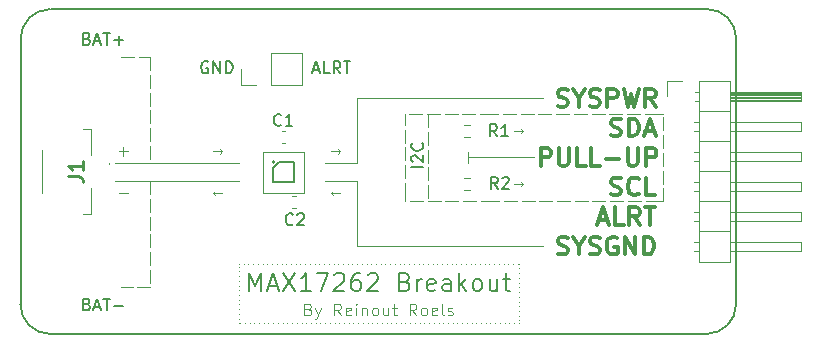
<source format=gto>
%TF.GenerationSoftware,KiCad,Pcbnew,8.0.3*%
%TF.CreationDate,2024-06-23T18:33:08+02:00*%
%TF.ProjectId,MAX17262-breakout,4d415831-3732-4363-922d-627265616b6f,rev?*%
%TF.SameCoordinates,Original*%
%TF.FileFunction,Legend,Top*%
%TF.FilePolarity,Positive*%
%FSLAX46Y46*%
G04 Gerber Fmt 4.6, Leading zero omitted, Abs format (unit mm)*
G04 Created by KiCad (PCBNEW 8.0.3) date 2024-06-23 18:33:08*
%MOMM*%
%LPD*%
G01*
G04 APERTURE LIST*
%ADD10C,0.100000*%
%ADD11C,0.150000*%
%ADD12C,0.300000*%
%ADD13C,0.125000*%
%ADD14C,0.200000*%
%ADD15C,0.187500*%
%ADD16C,0.254000*%
%ADD17C,0.120000*%
G04 APERTURE END LIST*
D10*
X114432124Y-85802517D02*
X113949767Y-85810680D01*
X92551674Y-92750000D02*
X92551383Y-91650000D01*
X92551277Y-91250000D02*
X92550986Y-90150000D01*
X92550881Y-89750000D02*
X92550590Y-88650000D01*
X92550484Y-88250000D02*
X92550193Y-87150000D01*
X92550087Y-86750000D02*
X92549955Y-86250000D01*
X71000000Y-91500000D02*
X71000000Y-92600000D01*
X71000000Y-93000000D02*
X71000000Y-94100000D01*
X71000000Y-94500000D02*
X71000000Y-95600000D01*
X71000000Y-96000000D02*
X71000000Y-97100000D01*
X71000000Y-97500000D02*
X71000000Y-98600000D01*
X71000000Y-99000000D02*
X71000000Y-100100000D01*
X71000000Y-100500000D02*
X71000000Y-100500000D01*
X88500000Y-97000000D02*
X88500000Y-91500000D01*
X100068335Y-93207611D02*
X98968335Y-93207397D01*
X98568335Y-93207319D02*
X97468335Y-93207105D01*
X97068335Y-93207027D02*
X95968335Y-93206813D01*
X95568335Y-93206735D02*
X94468335Y-93206521D01*
X94068335Y-93206443D02*
X92968335Y-93206229D01*
X92568335Y-93206151D02*
X92558416Y-93206150D01*
X88500000Y-84500000D02*
X102500000Y-84500000D01*
X80500000Y-89000000D02*
X84000000Y-89000000D01*
X80500000Y-89000000D01*
X114430122Y-93207109D02*
X114430410Y-92107109D01*
X114430515Y-91707109D02*
X114430803Y-90607109D01*
X114430908Y-90207109D02*
X114431196Y-89107109D01*
X114431300Y-88707109D02*
X114431588Y-87607109D01*
X114431693Y-87207109D02*
X114431981Y-86107109D01*
X102500000Y-84500000D02*
X104250000Y-84500000D01*
X71000000Y-100500000D02*
X69900000Y-100500000D01*
X69500000Y-100500000D02*
X68500000Y-100500000D01*
X97863592Y-89502033D02*
X97863592Y-90002033D01*
X114018102Y-93207611D02*
X112918102Y-93207611D01*
X112518102Y-93207611D02*
X111418102Y-93207611D01*
X111018102Y-93207611D02*
X109918102Y-93207611D01*
X109518102Y-93207611D02*
X108418102Y-93207611D01*
X108018102Y-93207611D02*
X106918102Y-93207611D01*
X106518102Y-93207611D02*
X105418102Y-93207611D01*
X105018102Y-93207611D02*
X103918102Y-93207611D01*
X103518102Y-93207611D02*
X102418102Y-93207611D01*
X102018102Y-93207611D02*
X100918102Y-93207611D01*
X100518102Y-93207611D02*
X100068335Y-93207611D01*
D11*
X62467430Y-104435058D02*
X118067430Y-104435058D01*
D10*
X103500000Y-89500000D02*
X97863592Y-89502033D01*
X78500000Y-98500000D02*
X78500000Y-98500000D01*
X78900000Y-98500000D02*
X78900000Y-98500000D01*
X79300000Y-98500000D02*
X79300000Y-98500000D01*
X79700000Y-98500000D02*
X79700000Y-98500000D01*
X80100000Y-98500000D02*
X80100000Y-98500000D01*
X80500000Y-98500000D02*
X80500000Y-98500000D01*
X80900000Y-98500000D02*
X80900000Y-98500000D01*
X81300000Y-98500000D02*
X81300000Y-98500000D01*
X81700000Y-98500000D02*
X81700000Y-98500000D01*
X82100000Y-98500000D02*
X82100000Y-98500000D01*
X82500000Y-98500000D02*
X82500000Y-98500000D01*
X82900000Y-98500000D02*
X82900000Y-98500000D01*
X83300000Y-98500000D02*
X83300000Y-98500000D01*
X83700000Y-98500000D02*
X83700000Y-98500000D01*
X84100000Y-98500000D02*
X84100000Y-98500000D01*
X84500000Y-98500000D02*
X84500000Y-98500000D01*
X84900000Y-98500000D02*
X84900000Y-98500000D01*
X85300000Y-98500000D02*
X85300000Y-98500000D01*
X85700000Y-98500000D02*
X85700000Y-98500000D01*
X86100000Y-98500000D02*
X86100000Y-98500000D01*
X86500000Y-98500000D02*
X86500000Y-98500000D01*
X86900000Y-98500000D02*
X86900000Y-98500000D01*
X87300000Y-98500000D02*
X87300000Y-98500000D01*
X87700000Y-98500000D02*
X87700000Y-98500000D01*
X88100000Y-98500000D02*
X88100000Y-98500000D01*
X88500000Y-98500000D02*
X88500000Y-98500000D01*
X88900000Y-98500000D02*
X88900000Y-98500000D01*
X89300000Y-98500000D02*
X89300000Y-98500000D01*
X89700000Y-98500000D02*
X89700000Y-98500000D01*
X90100000Y-98500000D02*
X90100000Y-98500000D01*
X90500000Y-98500000D02*
X90500000Y-98500000D01*
X90900000Y-98500000D02*
X90900000Y-98500000D01*
X91300000Y-98500000D02*
X91300000Y-98500000D01*
X91700000Y-98500000D02*
X91700000Y-98500000D01*
X92100000Y-98500000D02*
X92100000Y-98500000D01*
X92500000Y-98500000D02*
X92500000Y-98500000D01*
X92900000Y-98500000D02*
X92900000Y-98500000D01*
X93300000Y-98500000D02*
X93300000Y-98500000D01*
X93700000Y-98500000D02*
X93700000Y-98500000D01*
X94100000Y-98500000D02*
X94100000Y-98500000D01*
X94500000Y-98500000D02*
X94500000Y-98500000D01*
X94900000Y-98500000D02*
X94900000Y-98500000D01*
X95300000Y-98500000D02*
X95300000Y-98500000D01*
X95700000Y-98500000D02*
X95700000Y-98500000D01*
X96100000Y-98500000D02*
X96100000Y-98500000D01*
X96500000Y-98500000D02*
X96500000Y-98500000D01*
X96900000Y-98500000D02*
X96900000Y-98500000D01*
X97300000Y-98500000D02*
X97300000Y-98500000D01*
X97700000Y-98500000D02*
X97700000Y-98500000D01*
X98100000Y-98500000D02*
X98100000Y-98500000D01*
X98500000Y-98500000D02*
X98500000Y-98500000D01*
X98900000Y-98500000D02*
X98900000Y-98500000D01*
X99300000Y-98500000D02*
X99300000Y-98500000D01*
X99700000Y-98500000D02*
X99700000Y-98500000D01*
X100100000Y-98500000D02*
X100100000Y-98500000D01*
X100500000Y-98500000D02*
X100500000Y-98500000D01*
X100900000Y-98500000D02*
X100900000Y-98500000D01*
X101300000Y-98500000D02*
X101300000Y-98500000D01*
X101700000Y-98500000D02*
X101700000Y-98500000D01*
X102100000Y-98500000D02*
X102100000Y-98500000D01*
X102191970Y-98500000D02*
X102191970Y-98500000D01*
X102191970Y-98900000D02*
X102191970Y-98900000D01*
X102191970Y-99300000D02*
X102191970Y-99300000D01*
X102191970Y-99700000D02*
X102191970Y-99700000D01*
X102191970Y-100100000D02*
X102191970Y-100100000D01*
X102191970Y-100500000D02*
X102191970Y-100500000D01*
X102191970Y-100900000D02*
X102191970Y-100900000D01*
X102191970Y-101300000D02*
X102191970Y-101300000D01*
X102191970Y-101700000D02*
X102191970Y-101700000D01*
X102191970Y-102100000D02*
X102191970Y-102100000D01*
X102191970Y-102500000D02*
X102191970Y-102500000D01*
X102191970Y-102900000D02*
X102191970Y-102900000D01*
X102191970Y-103300000D02*
X102191970Y-103300000D01*
X102191970Y-103547436D02*
X102191970Y-103547436D01*
X101791970Y-103547436D02*
X101791970Y-103547436D01*
X101391970Y-103547436D02*
X101391970Y-103547436D01*
X100991970Y-103547436D02*
X100991970Y-103547436D01*
X100591970Y-103547436D02*
X100591970Y-103547436D01*
X100191970Y-103547436D02*
X100191970Y-103547436D01*
X99791970Y-103547436D02*
X99791970Y-103547436D01*
X99391970Y-103547436D02*
X99391970Y-103547436D01*
X98991970Y-103547436D02*
X98991970Y-103547436D01*
X98591970Y-103547436D02*
X98591970Y-103547436D01*
X98191970Y-103547436D02*
X98191970Y-103547436D01*
X97791970Y-103547436D02*
X97791970Y-103547436D01*
X97391970Y-103547436D02*
X97391970Y-103547436D01*
X96991970Y-103547436D02*
X96991970Y-103547436D01*
X96591970Y-103547436D02*
X96591970Y-103547436D01*
X96191970Y-103547436D02*
X96191970Y-103547436D01*
X95791970Y-103547436D02*
X95791970Y-103547436D01*
X95391970Y-103547436D02*
X95391970Y-103547436D01*
X94991970Y-103547436D02*
X94991970Y-103547436D01*
X94591970Y-103547436D02*
X94591970Y-103547436D01*
X94191970Y-103547436D02*
X94191970Y-103547436D01*
X93791970Y-103547436D02*
X93791970Y-103547436D01*
X93391970Y-103547436D02*
X93391970Y-103547436D01*
X92991970Y-103547436D02*
X92991970Y-103547436D01*
X92591970Y-103547436D02*
X92591970Y-103547436D01*
X92191970Y-103547436D02*
X92191970Y-103547436D01*
X91791970Y-103547436D02*
X91791970Y-103547436D01*
X91391970Y-103547436D02*
X91391970Y-103547436D01*
X90991970Y-103547436D02*
X90991970Y-103547436D01*
X90591970Y-103547436D02*
X90591970Y-103547436D01*
X90191970Y-103547436D02*
X90191970Y-103547436D01*
X89791970Y-103547436D02*
X89791970Y-103547436D01*
X89391970Y-103547436D02*
X89391970Y-103547436D01*
X88991970Y-103547436D02*
X88991970Y-103547436D01*
X88591970Y-103547436D02*
X88591970Y-103547436D01*
X88191970Y-103547436D02*
X88191970Y-103547436D01*
X87791970Y-103547436D02*
X87791970Y-103547436D01*
X87391970Y-103547436D02*
X87391970Y-103547436D01*
X86991970Y-103547436D02*
X86991970Y-103547436D01*
X86591970Y-103547436D02*
X86591970Y-103547436D01*
X86191970Y-103547436D02*
X86191970Y-103547436D01*
X85791970Y-103547436D02*
X85791970Y-103547436D01*
X85391970Y-103547436D02*
X85391970Y-103547436D01*
X84991970Y-103547436D02*
X84991970Y-103547436D01*
X84591970Y-103547436D02*
X84591970Y-103547436D01*
X84191970Y-103547436D02*
X84191970Y-103547436D01*
X83791970Y-103547436D02*
X83791970Y-103547436D01*
X83391970Y-103547436D02*
X83391970Y-103547436D01*
X82991970Y-103547436D02*
X82991970Y-103547436D01*
X82591970Y-103547436D02*
X82591970Y-103547436D01*
X82191970Y-103547436D02*
X82191970Y-103547436D01*
X81791970Y-103547436D02*
X81791970Y-103547436D01*
X81391970Y-103547436D02*
X81391970Y-103547436D01*
X80991970Y-103547436D02*
X80991970Y-103547436D01*
X80591970Y-103547436D02*
X80591970Y-103547436D01*
X80191970Y-103547436D02*
X80191970Y-103547436D01*
X79791970Y-103547436D02*
X79791970Y-103547436D01*
X79391970Y-103547436D02*
X79391970Y-103547436D01*
X78991970Y-103547436D02*
X78991970Y-103547436D01*
X78591970Y-103547436D02*
X78591970Y-103547436D01*
X78500000Y-103547436D02*
X78500000Y-103547436D01*
X78500000Y-103147436D02*
X78500000Y-103147436D01*
X78500000Y-102747436D02*
X78500000Y-102747436D01*
X78500000Y-102347436D02*
X78500000Y-102347436D01*
X78500000Y-101947436D02*
X78500000Y-101947436D01*
X78500000Y-101547436D02*
X78500000Y-101547436D01*
X78500000Y-101147436D02*
X78500000Y-101147436D01*
X78500000Y-100747436D02*
X78500000Y-100747436D01*
X78500000Y-100347436D02*
X78500000Y-100347436D01*
X78500000Y-99947436D02*
X78500000Y-99947436D01*
X78500000Y-99547436D02*
X78500000Y-99547436D01*
X78500000Y-99147436D02*
X78500000Y-99147436D01*
X78500000Y-98747436D02*
X78500000Y-98747436D01*
X84000000Y-89000000D02*
X84000000Y-92500000D01*
X84000000Y-89000000D01*
D11*
X62494580Y-104441275D02*
G75*
G02*
X59994625Y-101941275I20J2499975D01*
G01*
D10*
X85750000Y-90000000D02*
X88500000Y-90000000D01*
X92551674Y-92750000D02*
X92558416Y-93206149D01*
X88500000Y-91500000D02*
X85750000Y-91500000D01*
X94540164Y-85834018D02*
X94539626Y-86934018D01*
X94539431Y-87334018D02*
X94538893Y-88434018D01*
X94538698Y-88834018D02*
X94538160Y-89934018D01*
X94537965Y-90334017D02*
X94537427Y-91434017D01*
X94537232Y-91834017D02*
X94536694Y-92934017D01*
X68000000Y-91500000D02*
X78500000Y-91500000D01*
X80500000Y-92500000D02*
X84000000Y-92500000D01*
X80500000Y-92500000D01*
X104250000Y-97000000D02*
X88500000Y-97000000D01*
D11*
X120588022Y-101936926D02*
G75*
G02*
X118088022Y-104436922I-2500022J26D01*
G01*
D10*
X92536040Y-85808993D02*
X92549955Y-86250000D01*
D11*
X120600868Y-79436231D02*
X120600868Y-101936231D01*
D10*
X114018102Y-93207611D02*
X114430122Y-93207109D01*
X68500000Y-81000000D02*
X69600000Y-81000000D01*
X70000000Y-81000000D02*
X71000000Y-81000000D01*
X88500000Y-90000000D02*
X88500000Y-84500000D01*
D11*
X62544506Y-76938865D02*
X118144506Y-76938865D01*
X118100868Y-76936231D02*
G75*
G02*
X120600869Y-79436231I32J-2499969D01*
G01*
D10*
X71000000Y-90000000D02*
X68000000Y-90000000D01*
X71000000Y-81000000D02*
X71000000Y-82100000D01*
X71000000Y-82500000D02*
X71000000Y-83600000D01*
X71000000Y-84000000D02*
X71000000Y-85100000D01*
X71000000Y-85500000D02*
X71000000Y-86600000D01*
X71000000Y-87000000D02*
X71000000Y-88100000D01*
X71000000Y-88500000D02*
X71000000Y-89600000D01*
X71000000Y-90000000D02*
X71000000Y-90000000D01*
X97863592Y-89002033D02*
X97863592Y-89502033D01*
D11*
X60008294Y-79443220D02*
X60008294Y-101943220D01*
D10*
X68000000Y-90000000D02*
X78500000Y-90000000D01*
X100000000Y-85810680D02*
X98900000Y-85810431D01*
X98500000Y-85810341D02*
X97400000Y-85810092D01*
X97000000Y-85810002D02*
X95900000Y-85809753D01*
X95500000Y-85809663D02*
X94400000Y-85809414D01*
X94000000Y-85809324D02*
X92900000Y-85809075D01*
X78500000Y-91500000D02*
X71000000Y-91500000D01*
D11*
X60008294Y-79443220D02*
G75*
G02*
X62508294Y-76943194I2500006J20D01*
G01*
D10*
X113949767Y-85810680D02*
X112849767Y-85810680D01*
X112449767Y-85810680D02*
X111349767Y-85810680D01*
X110949767Y-85810680D02*
X109849767Y-85810680D01*
X109449767Y-85810680D02*
X108349767Y-85810680D01*
X107949767Y-85810680D02*
X106849767Y-85810680D01*
X106449767Y-85810680D02*
X105349767Y-85810680D01*
X104949767Y-85810680D02*
X103849767Y-85810680D01*
X103449767Y-85810680D02*
X102349767Y-85810680D01*
X101949767Y-85810680D02*
X100849767Y-85810680D01*
X100449767Y-85810680D02*
X100000000Y-85810680D01*
X80500000Y-89000000D02*
X80500000Y-92500000D01*
X80500000Y-89000000D01*
D12*
X105483082Y-85134400D02*
X105697368Y-85205828D01*
X105697368Y-85205828D02*
X106054510Y-85205828D01*
X106054510Y-85205828D02*
X106197368Y-85134400D01*
X106197368Y-85134400D02*
X106268796Y-85062971D01*
X106268796Y-85062971D02*
X106340225Y-84920114D01*
X106340225Y-84920114D02*
X106340225Y-84777257D01*
X106340225Y-84777257D02*
X106268796Y-84634400D01*
X106268796Y-84634400D02*
X106197368Y-84562971D01*
X106197368Y-84562971D02*
X106054510Y-84491542D01*
X106054510Y-84491542D02*
X105768796Y-84420114D01*
X105768796Y-84420114D02*
X105625939Y-84348685D01*
X105625939Y-84348685D02*
X105554510Y-84277257D01*
X105554510Y-84277257D02*
X105483082Y-84134400D01*
X105483082Y-84134400D02*
X105483082Y-83991542D01*
X105483082Y-83991542D02*
X105554510Y-83848685D01*
X105554510Y-83848685D02*
X105625939Y-83777257D01*
X105625939Y-83777257D02*
X105768796Y-83705828D01*
X105768796Y-83705828D02*
X106125939Y-83705828D01*
X106125939Y-83705828D02*
X106340225Y-83777257D01*
X107268796Y-84491542D02*
X107268796Y-85205828D01*
X106768796Y-83705828D02*
X107268796Y-84491542D01*
X107268796Y-84491542D02*
X107768796Y-83705828D01*
X108197367Y-85134400D02*
X108411653Y-85205828D01*
X108411653Y-85205828D02*
X108768795Y-85205828D01*
X108768795Y-85205828D02*
X108911653Y-85134400D01*
X108911653Y-85134400D02*
X108983081Y-85062971D01*
X108983081Y-85062971D02*
X109054510Y-84920114D01*
X109054510Y-84920114D02*
X109054510Y-84777257D01*
X109054510Y-84777257D02*
X108983081Y-84634400D01*
X108983081Y-84634400D02*
X108911653Y-84562971D01*
X108911653Y-84562971D02*
X108768795Y-84491542D01*
X108768795Y-84491542D02*
X108483081Y-84420114D01*
X108483081Y-84420114D02*
X108340224Y-84348685D01*
X108340224Y-84348685D02*
X108268795Y-84277257D01*
X108268795Y-84277257D02*
X108197367Y-84134400D01*
X108197367Y-84134400D02*
X108197367Y-83991542D01*
X108197367Y-83991542D02*
X108268795Y-83848685D01*
X108268795Y-83848685D02*
X108340224Y-83777257D01*
X108340224Y-83777257D02*
X108483081Y-83705828D01*
X108483081Y-83705828D02*
X108840224Y-83705828D01*
X108840224Y-83705828D02*
X109054510Y-83777257D01*
X109697366Y-85205828D02*
X109697366Y-83705828D01*
X109697366Y-83705828D02*
X110268795Y-83705828D01*
X110268795Y-83705828D02*
X110411652Y-83777257D01*
X110411652Y-83777257D02*
X110483081Y-83848685D01*
X110483081Y-83848685D02*
X110554509Y-83991542D01*
X110554509Y-83991542D02*
X110554509Y-84205828D01*
X110554509Y-84205828D02*
X110483081Y-84348685D01*
X110483081Y-84348685D02*
X110411652Y-84420114D01*
X110411652Y-84420114D02*
X110268795Y-84491542D01*
X110268795Y-84491542D02*
X109697366Y-84491542D01*
X111054509Y-83705828D02*
X111411652Y-85205828D01*
X111411652Y-85205828D02*
X111697366Y-84134400D01*
X111697366Y-84134400D02*
X111983081Y-85205828D01*
X111983081Y-85205828D02*
X112340224Y-83705828D01*
X113768795Y-85205828D02*
X113268795Y-84491542D01*
X112911652Y-85205828D02*
X112911652Y-83705828D01*
X112911652Y-83705828D02*
X113483081Y-83705828D01*
X113483081Y-83705828D02*
X113625938Y-83777257D01*
X113625938Y-83777257D02*
X113697367Y-83848685D01*
X113697367Y-83848685D02*
X113768795Y-83991542D01*
X113768795Y-83991542D02*
X113768795Y-84205828D01*
X113768795Y-84205828D02*
X113697367Y-84348685D01*
X113697367Y-84348685D02*
X113625938Y-84420114D01*
X113625938Y-84420114D02*
X113483081Y-84491542D01*
X113483081Y-84491542D02*
X112911652Y-84491542D01*
D11*
X75860588Y-81417438D02*
X75765350Y-81369819D01*
X75765350Y-81369819D02*
X75622493Y-81369819D01*
X75622493Y-81369819D02*
X75479636Y-81417438D01*
X75479636Y-81417438D02*
X75384398Y-81512676D01*
X75384398Y-81512676D02*
X75336779Y-81607914D01*
X75336779Y-81607914D02*
X75289160Y-81798390D01*
X75289160Y-81798390D02*
X75289160Y-81941247D01*
X75289160Y-81941247D02*
X75336779Y-82131723D01*
X75336779Y-82131723D02*
X75384398Y-82226961D01*
X75384398Y-82226961D02*
X75479636Y-82322200D01*
X75479636Y-82322200D02*
X75622493Y-82369819D01*
X75622493Y-82369819D02*
X75717731Y-82369819D01*
X75717731Y-82369819D02*
X75860588Y-82322200D01*
X75860588Y-82322200D02*
X75908207Y-82274580D01*
X75908207Y-82274580D02*
X75908207Y-81941247D01*
X75908207Y-81941247D02*
X75717731Y-81941247D01*
X76336779Y-82369819D02*
X76336779Y-81369819D01*
X76336779Y-81369819D02*
X76908207Y-82369819D01*
X76908207Y-82369819D02*
X76908207Y-81369819D01*
X77384398Y-82369819D02*
X77384398Y-81369819D01*
X77384398Y-81369819D02*
X77622493Y-81369819D01*
X77622493Y-81369819D02*
X77765350Y-81417438D01*
X77765350Y-81417438D02*
X77860588Y-81512676D01*
X77860588Y-81512676D02*
X77908207Y-81607914D01*
X77908207Y-81607914D02*
X77955826Y-81798390D01*
X77955826Y-81798390D02*
X77955826Y-81941247D01*
X77955826Y-81941247D02*
X77908207Y-82131723D01*
X77908207Y-82131723D02*
X77860588Y-82226961D01*
X77860588Y-82226961D02*
X77765350Y-82322200D01*
X77765350Y-82322200D02*
X77622493Y-82369819D01*
X77622493Y-82369819D02*
X77384398Y-82369819D01*
D10*
X68303884Y-88991466D02*
X69065789Y-88991466D01*
X68684836Y-89372419D02*
X68684836Y-88610514D01*
D12*
X104054510Y-90205828D02*
X104054510Y-88705828D01*
X104054510Y-88705828D02*
X104625939Y-88705828D01*
X104625939Y-88705828D02*
X104768796Y-88777257D01*
X104768796Y-88777257D02*
X104840225Y-88848685D01*
X104840225Y-88848685D02*
X104911653Y-88991542D01*
X104911653Y-88991542D02*
X104911653Y-89205828D01*
X104911653Y-89205828D02*
X104840225Y-89348685D01*
X104840225Y-89348685D02*
X104768796Y-89420114D01*
X104768796Y-89420114D02*
X104625939Y-89491542D01*
X104625939Y-89491542D02*
X104054510Y-89491542D01*
X105554510Y-88705828D02*
X105554510Y-89920114D01*
X105554510Y-89920114D02*
X105625939Y-90062971D01*
X105625939Y-90062971D02*
X105697368Y-90134400D01*
X105697368Y-90134400D02*
X105840225Y-90205828D01*
X105840225Y-90205828D02*
X106125939Y-90205828D01*
X106125939Y-90205828D02*
X106268796Y-90134400D01*
X106268796Y-90134400D02*
X106340225Y-90062971D01*
X106340225Y-90062971D02*
X106411653Y-89920114D01*
X106411653Y-89920114D02*
X106411653Y-88705828D01*
X107840225Y-90205828D02*
X107125939Y-90205828D01*
X107125939Y-90205828D02*
X107125939Y-88705828D01*
X109054511Y-90205828D02*
X108340225Y-90205828D01*
X108340225Y-90205828D02*
X108340225Y-88705828D01*
X109554511Y-89634400D02*
X110697369Y-89634400D01*
X111411654Y-88705828D02*
X111411654Y-89920114D01*
X111411654Y-89920114D02*
X111483083Y-90062971D01*
X111483083Y-90062971D02*
X111554512Y-90134400D01*
X111554512Y-90134400D02*
X111697369Y-90205828D01*
X111697369Y-90205828D02*
X111983083Y-90205828D01*
X111983083Y-90205828D02*
X112125940Y-90134400D01*
X112125940Y-90134400D02*
X112197369Y-90062971D01*
X112197369Y-90062971D02*
X112268797Y-89920114D01*
X112268797Y-89920114D02*
X112268797Y-88705828D01*
X112983083Y-90205828D02*
X112983083Y-88705828D01*
X112983083Y-88705828D02*
X113554512Y-88705828D01*
X113554512Y-88705828D02*
X113697369Y-88777257D01*
X113697369Y-88777257D02*
X113768798Y-88848685D01*
X113768798Y-88848685D02*
X113840226Y-88991542D01*
X113840226Y-88991542D02*
X113840226Y-89205828D01*
X113840226Y-89205828D02*
X113768798Y-89348685D01*
X113768798Y-89348685D02*
X113697369Y-89420114D01*
X113697369Y-89420114D02*
X113554512Y-89491542D01*
X113554512Y-89491542D02*
X112983083Y-89491542D01*
D10*
X87065789Y-92491466D02*
X86303884Y-92491466D01*
X86494360Y-92681942D02*
X86303884Y-92491466D01*
X86303884Y-92491466D02*
X86494360Y-92300990D01*
X68303884Y-92491466D02*
X69065789Y-92491466D01*
D12*
X109983082Y-92634400D02*
X110197368Y-92705828D01*
X110197368Y-92705828D02*
X110554510Y-92705828D01*
X110554510Y-92705828D02*
X110697368Y-92634400D01*
X110697368Y-92634400D02*
X110768796Y-92562971D01*
X110768796Y-92562971D02*
X110840225Y-92420114D01*
X110840225Y-92420114D02*
X110840225Y-92277257D01*
X110840225Y-92277257D02*
X110768796Y-92134400D01*
X110768796Y-92134400D02*
X110697368Y-92062971D01*
X110697368Y-92062971D02*
X110554510Y-91991542D01*
X110554510Y-91991542D02*
X110268796Y-91920114D01*
X110268796Y-91920114D02*
X110125939Y-91848685D01*
X110125939Y-91848685D02*
X110054510Y-91777257D01*
X110054510Y-91777257D02*
X109983082Y-91634400D01*
X109983082Y-91634400D02*
X109983082Y-91491542D01*
X109983082Y-91491542D02*
X110054510Y-91348685D01*
X110054510Y-91348685D02*
X110125939Y-91277257D01*
X110125939Y-91277257D02*
X110268796Y-91205828D01*
X110268796Y-91205828D02*
X110625939Y-91205828D01*
X110625939Y-91205828D02*
X110840225Y-91277257D01*
X112340224Y-92562971D02*
X112268796Y-92634400D01*
X112268796Y-92634400D02*
X112054510Y-92705828D01*
X112054510Y-92705828D02*
X111911653Y-92705828D01*
X111911653Y-92705828D02*
X111697367Y-92634400D01*
X111697367Y-92634400D02*
X111554510Y-92491542D01*
X111554510Y-92491542D02*
X111483081Y-92348685D01*
X111483081Y-92348685D02*
X111411653Y-92062971D01*
X111411653Y-92062971D02*
X111411653Y-91848685D01*
X111411653Y-91848685D02*
X111483081Y-91562971D01*
X111483081Y-91562971D02*
X111554510Y-91420114D01*
X111554510Y-91420114D02*
X111697367Y-91277257D01*
X111697367Y-91277257D02*
X111911653Y-91205828D01*
X111911653Y-91205828D02*
X112054510Y-91205828D01*
X112054510Y-91205828D02*
X112268796Y-91277257D01*
X112268796Y-91277257D02*
X112340224Y-91348685D01*
X113697367Y-92705828D02*
X112983081Y-92705828D01*
X112983081Y-92705828D02*
X112983081Y-91205828D01*
D13*
X84373810Y-102347309D02*
X84516667Y-102394928D01*
X84516667Y-102394928D02*
X84564286Y-102442547D01*
X84564286Y-102442547D02*
X84611905Y-102537785D01*
X84611905Y-102537785D02*
X84611905Y-102680642D01*
X84611905Y-102680642D02*
X84564286Y-102775880D01*
X84564286Y-102775880D02*
X84516667Y-102823500D01*
X84516667Y-102823500D02*
X84421429Y-102871119D01*
X84421429Y-102871119D02*
X84040477Y-102871119D01*
X84040477Y-102871119D02*
X84040477Y-101871119D01*
X84040477Y-101871119D02*
X84373810Y-101871119D01*
X84373810Y-101871119D02*
X84469048Y-101918738D01*
X84469048Y-101918738D02*
X84516667Y-101966357D01*
X84516667Y-101966357D02*
X84564286Y-102061595D01*
X84564286Y-102061595D02*
X84564286Y-102156833D01*
X84564286Y-102156833D02*
X84516667Y-102252071D01*
X84516667Y-102252071D02*
X84469048Y-102299690D01*
X84469048Y-102299690D02*
X84373810Y-102347309D01*
X84373810Y-102347309D02*
X84040477Y-102347309D01*
X84945239Y-102204452D02*
X85183334Y-102871119D01*
X85421429Y-102204452D02*
X85183334Y-102871119D01*
X85183334Y-102871119D02*
X85088096Y-103109214D01*
X85088096Y-103109214D02*
X85040477Y-103156833D01*
X85040477Y-103156833D02*
X84945239Y-103204452D01*
X87135715Y-102871119D02*
X86802382Y-102394928D01*
X86564287Y-102871119D02*
X86564287Y-101871119D01*
X86564287Y-101871119D02*
X86945239Y-101871119D01*
X86945239Y-101871119D02*
X87040477Y-101918738D01*
X87040477Y-101918738D02*
X87088096Y-101966357D01*
X87088096Y-101966357D02*
X87135715Y-102061595D01*
X87135715Y-102061595D02*
X87135715Y-102204452D01*
X87135715Y-102204452D02*
X87088096Y-102299690D01*
X87088096Y-102299690D02*
X87040477Y-102347309D01*
X87040477Y-102347309D02*
X86945239Y-102394928D01*
X86945239Y-102394928D02*
X86564287Y-102394928D01*
X87945239Y-102823500D02*
X87850001Y-102871119D01*
X87850001Y-102871119D02*
X87659525Y-102871119D01*
X87659525Y-102871119D02*
X87564287Y-102823500D01*
X87564287Y-102823500D02*
X87516668Y-102728261D01*
X87516668Y-102728261D02*
X87516668Y-102347309D01*
X87516668Y-102347309D02*
X87564287Y-102252071D01*
X87564287Y-102252071D02*
X87659525Y-102204452D01*
X87659525Y-102204452D02*
X87850001Y-102204452D01*
X87850001Y-102204452D02*
X87945239Y-102252071D01*
X87945239Y-102252071D02*
X87992858Y-102347309D01*
X87992858Y-102347309D02*
X87992858Y-102442547D01*
X87992858Y-102442547D02*
X87516668Y-102537785D01*
X88421430Y-102871119D02*
X88421430Y-102204452D01*
X88421430Y-101871119D02*
X88373811Y-101918738D01*
X88373811Y-101918738D02*
X88421430Y-101966357D01*
X88421430Y-101966357D02*
X88469049Y-101918738D01*
X88469049Y-101918738D02*
X88421430Y-101871119D01*
X88421430Y-101871119D02*
X88421430Y-101966357D01*
X88897620Y-102204452D02*
X88897620Y-102871119D01*
X88897620Y-102299690D02*
X88945239Y-102252071D01*
X88945239Y-102252071D02*
X89040477Y-102204452D01*
X89040477Y-102204452D02*
X89183334Y-102204452D01*
X89183334Y-102204452D02*
X89278572Y-102252071D01*
X89278572Y-102252071D02*
X89326191Y-102347309D01*
X89326191Y-102347309D02*
X89326191Y-102871119D01*
X89945239Y-102871119D02*
X89850001Y-102823500D01*
X89850001Y-102823500D02*
X89802382Y-102775880D01*
X89802382Y-102775880D02*
X89754763Y-102680642D01*
X89754763Y-102680642D02*
X89754763Y-102394928D01*
X89754763Y-102394928D02*
X89802382Y-102299690D01*
X89802382Y-102299690D02*
X89850001Y-102252071D01*
X89850001Y-102252071D02*
X89945239Y-102204452D01*
X89945239Y-102204452D02*
X90088096Y-102204452D01*
X90088096Y-102204452D02*
X90183334Y-102252071D01*
X90183334Y-102252071D02*
X90230953Y-102299690D01*
X90230953Y-102299690D02*
X90278572Y-102394928D01*
X90278572Y-102394928D02*
X90278572Y-102680642D01*
X90278572Y-102680642D02*
X90230953Y-102775880D01*
X90230953Y-102775880D02*
X90183334Y-102823500D01*
X90183334Y-102823500D02*
X90088096Y-102871119D01*
X90088096Y-102871119D02*
X89945239Y-102871119D01*
X91135715Y-102204452D02*
X91135715Y-102871119D01*
X90707144Y-102204452D02*
X90707144Y-102728261D01*
X90707144Y-102728261D02*
X90754763Y-102823500D01*
X90754763Y-102823500D02*
X90850001Y-102871119D01*
X90850001Y-102871119D02*
X90992858Y-102871119D01*
X90992858Y-102871119D02*
X91088096Y-102823500D01*
X91088096Y-102823500D02*
X91135715Y-102775880D01*
X91469049Y-102204452D02*
X91850001Y-102204452D01*
X91611906Y-101871119D02*
X91611906Y-102728261D01*
X91611906Y-102728261D02*
X91659525Y-102823500D01*
X91659525Y-102823500D02*
X91754763Y-102871119D01*
X91754763Y-102871119D02*
X91850001Y-102871119D01*
X93516668Y-102871119D02*
X93183335Y-102394928D01*
X92945240Y-102871119D02*
X92945240Y-101871119D01*
X92945240Y-101871119D02*
X93326192Y-101871119D01*
X93326192Y-101871119D02*
X93421430Y-101918738D01*
X93421430Y-101918738D02*
X93469049Y-101966357D01*
X93469049Y-101966357D02*
X93516668Y-102061595D01*
X93516668Y-102061595D02*
X93516668Y-102204452D01*
X93516668Y-102204452D02*
X93469049Y-102299690D01*
X93469049Y-102299690D02*
X93421430Y-102347309D01*
X93421430Y-102347309D02*
X93326192Y-102394928D01*
X93326192Y-102394928D02*
X92945240Y-102394928D01*
X94088097Y-102871119D02*
X93992859Y-102823500D01*
X93992859Y-102823500D02*
X93945240Y-102775880D01*
X93945240Y-102775880D02*
X93897621Y-102680642D01*
X93897621Y-102680642D02*
X93897621Y-102394928D01*
X93897621Y-102394928D02*
X93945240Y-102299690D01*
X93945240Y-102299690D02*
X93992859Y-102252071D01*
X93992859Y-102252071D02*
X94088097Y-102204452D01*
X94088097Y-102204452D02*
X94230954Y-102204452D01*
X94230954Y-102204452D02*
X94326192Y-102252071D01*
X94326192Y-102252071D02*
X94373811Y-102299690D01*
X94373811Y-102299690D02*
X94421430Y-102394928D01*
X94421430Y-102394928D02*
X94421430Y-102680642D01*
X94421430Y-102680642D02*
X94373811Y-102775880D01*
X94373811Y-102775880D02*
X94326192Y-102823500D01*
X94326192Y-102823500D02*
X94230954Y-102871119D01*
X94230954Y-102871119D02*
X94088097Y-102871119D01*
X95230954Y-102823500D02*
X95135716Y-102871119D01*
X95135716Y-102871119D02*
X94945240Y-102871119D01*
X94945240Y-102871119D02*
X94850002Y-102823500D01*
X94850002Y-102823500D02*
X94802383Y-102728261D01*
X94802383Y-102728261D02*
X94802383Y-102347309D01*
X94802383Y-102347309D02*
X94850002Y-102252071D01*
X94850002Y-102252071D02*
X94945240Y-102204452D01*
X94945240Y-102204452D02*
X95135716Y-102204452D01*
X95135716Y-102204452D02*
X95230954Y-102252071D01*
X95230954Y-102252071D02*
X95278573Y-102347309D01*
X95278573Y-102347309D02*
X95278573Y-102442547D01*
X95278573Y-102442547D02*
X94802383Y-102537785D01*
X95850002Y-102871119D02*
X95754764Y-102823500D01*
X95754764Y-102823500D02*
X95707145Y-102728261D01*
X95707145Y-102728261D02*
X95707145Y-101871119D01*
X96183336Y-102823500D02*
X96278574Y-102871119D01*
X96278574Y-102871119D02*
X96469050Y-102871119D01*
X96469050Y-102871119D02*
X96564288Y-102823500D01*
X96564288Y-102823500D02*
X96611907Y-102728261D01*
X96611907Y-102728261D02*
X96611907Y-102680642D01*
X96611907Y-102680642D02*
X96564288Y-102585404D01*
X96564288Y-102585404D02*
X96469050Y-102537785D01*
X96469050Y-102537785D02*
X96326193Y-102537785D01*
X96326193Y-102537785D02*
X96230955Y-102490166D01*
X96230955Y-102490166D02*
X96183336Y-102394928D01*
X96183336Y-102394928D02*
X96183336Y-102347309D01*
X96183336Y-102347309D02*
X96230955Y-102252071D01*
X96230955Y-102252071D02*
X96326193Y-102204452D01*
X96326193Y-102204452D02*
X96469050Y-102204452D01*
X96469050Y-102204452D02*
X96564288Y-102252071D01*
D10*
X76303884Y-88991466D02*
X77065789Y-88991466D01*
X76875312Y-89181942D02*
X77065789Y-88991466D01*
X77065789Y-88991466D02*
X76875312Y-88800990D01*
D12*
X108983082Y-94777257D02*
X109697368Y-94777257D01*
X108840225Y-95205828D02*
X109340225Y-93705828D01*
X109340225Y-93705828D02*
X109840225Y-95205828D01*
X111054510Y-95205828D02*
X110340224Y-95205828D01*
X110340224Y-95205828D02*
X110340224Y-93705828D01*
X112411653Y-95205828D02*
X111911653Y-94491542D01*
X111554510Y-95205828D02*
X111554510Y-93705828D01*
X111554510Y-93705828D02*
X112125939Y-93705828D01*
X112125939Y-93705828D02*
X112268796Y-93777257D01*
X112268796Y-93777257D02*
X112340225Y-93848685D01*
X112340225Y-93848685D02*
X112411653Y-93991542D01*
X112411653Y-93991542D02*
X112411653Y-94205828D01*
X112411653Y-94205828D02*
X112340225Y-94348685D01*
X112340225Y-94348685D02*
X112268796Y-94420114D01*
X112268796Y-94420114D02*
X112125939Y-94491542D01*
X112125939Y-94491542D02*
X111554510Y-94491542D01*
X112840225Y-93705828D02*
X113697368Y-93705828D01*
X113268796Y-95205828D02*
X113268796Y-93705828D01*
D14*
X94095612Y-90292281D02*
X93095612Y-90292281D01*
X93190850Y-89863710D02*
X93143231Y-89816091D01*
X93143231Y-89816091D02*
X93095612Y-89720853D01*
X93095612Y-89720853D02*
X93095612Y-89482758D01*
X93095612Y-89482758D02*
X93143231Y-89387520D01*
X93143231Y-89387520D02*
X93190850Y-89339901D01*
X93190850Y-89339901D02*
X93286088Y-89292282D01*
X93286088Y-89292282D02*
X93381326Y-89292282D01*
X93381326Y-89292282D02*
X93524183Y-89339901D01*
X93524183Y-89339901D02*
X94095612Y-89911329D01*
X94095612Y-89911329D02*
X94095612Y-89292282D01*
X94000373Y-88292282D02*
X94047993Y-88339901D01*
X94047993Y-88339901D02*
X94095612Y-88482758D01*
X94095612Y-88482758D02*
X94095612Y-88577996D01*
X94095612Y-88577996D02*
X94047993Y-88720853D01*
X94047993Y-88720853D02*
X93952754Y-88816091D01*
X93952754Y-88816091D02*
X93857516Y-88863710D01*
X93857516Y-88863710D02*
X93667040Y-88911329D01*
X93667040Y-88911329D02*
X93524183Y-88911329D01*
X93524183Y-88911329D02*
X93333707Y-88863710D01*
X93333707Y-88863710D02*
X93238469Y-88816091D01*
X93238469Y-88816091D02*
X93143231Y-88720853D01*
X93143231Y-88720853D02*
X93095612Y-88577996D01*
X93095612Y-88577996D02*
X93095612Y-88482758D01*
X93095612Y-88482758D02*
X93143231Y-88339901D01*
X93143231Y-88339901D02*
X93190850Y-88292282D01*
D10*
X101803884Y-91741466D02*
X102565789Y-91741466D01*
X102375312Y-91931942D02*
X102565789Y-91741466D01*
X102565789Y-91741466D02*
X102375312Y-91550990D01*
D12*
X109983082Y-87634400D02*
X110197368Y-87705828D01*
X110197368Y-87705828D02*
X110554510Y-87705828D01*
X110554510Y-87705828D02*
X110697368Y-87634400D01*
X110697368Y-87634400D02*
X110768796Y-87562971D01*
X110768796Y-87562971D02*
X110840225Y-87420114D01*
X110840225Y-87420114D02*
X110840225Y-87277257D01*
X110840225Y-87277257D02*
X110768796Y-87134400D01*
X110768796Y-87134400D02*
X110697368Y-87062971D01*
X110697368Y-87062971D02*
X110554510Y-86991542D01*
X110554510Y-86991542D02*
X110268796Y-86920114D01*
X110268796Y-86920114D02*
X110125939Y-86848685D01*
X110125939Y-86848685D02*
X110054510Y-86777257D01*
X110054510Y-86777257D02*
X109983082Y-86634400D01*
X109983082Y-86634400D02*
X109983082Y-86491542D01*
X109983082Y-86491542D02*
X110054510Y-86348685D01*
X110054510Y-86348685D02*
X110125939Y-86277257D01*
X110125939Y-86277257D02*
X110268796Y-86205828D01*
X110268796Y-86205828D02*
X110625939Y-86205828D01*
X110625939Y-86205828D02*
X110840225Y-86277257D01*
X111483081Y-87705828D02*
X111483081Y-86205828D01*
X111483081Y-86205828D02*
X111840224Y-86205828D01*
X111840224Y-86205828D02*
X112054510Y-86277257D01*
X112054510Y-86277257D02*
X112197367Y-86420114D01*
X112197367Y-86420114D02*
X112268796Y-86562971D01*
X112268796Y-86562971D02*
X112340224Y-86848685D01*
X112340224Y-86848685D02*
X112340224Y-87062971D01*
X112340224Y-87062971D02*
X112268796Y-87348685D01*
X112268796Y-87348685D02*
X112197367Y-87491542D01*
X112197367Y-87491542D02*
X112054510Y-87634400D01*
X112054510Y-87634400D02*
X111840224Y-87705828D01*
X111840224Y-87705828D02*
X111483081Y-87705828D01*
X112911653Y-87277257D02*
X113625939Y-87277257D01*
X112768796Y-87705828D02*
X113268796Y-86205828D01*
X113268796Y-86205828D02*
X113768796Y-87705828D01*
D10*
X86303884Y-88991466D02*
X87065789Y-88991466D01*
X86875312Y-89181942D02*
X87065789Y-88991466D01*
X87065789Y-88991466D02*
X86875312Y-88800990D01*
D12*
X105483082Y-97634400D02*
X105697368Y-97705828D01*
X105697368Y-97705828D02*
X106054510Y-97705828D01*
X106054510Y-97705828D02*
X106197368Y-97634400D01*
X106197368Y-97634400D02*
X106268796Y-97562971D01*
X106268796Y-97562971D02*
X106340225Y-97420114D01*
X106340225Y-97420114D02*
X106340225Y-97277257D01*
X106340225Y-97277257D02*
X106268796Y-97134400D01*
X106268796Y-97134400D02*
X106197368Y-97062971D01*
X106197368Y-97062971D02*
X106054510Y-96991542D01*
X106054510Y-96991542D02*
X105768796Y-96920114D01*
X105768796Y-96920114D02*
X105625939Y-96848685D01*
X105625939Y-96848685D02*
X105554510Y-96777257D01*
X105554510Y-96777257D02*
X105483082Y-96634400D01*
X105483082Y-96634400D02*
X105483082Y-96491542D01*
X105483082Y-96491542D02*
X105554510Y-96348685D01*
X105554510Y-96348685D02*
X105625939Y-96277257D01*
X105625939Y-96277257D02*
X105768796Y-96205828D01*
X105768796Y-96205828D02*
X106125939Y-96205828D01*
X106125939Y-96205828D02*
X106340225Y-96277257D01*
X107268796Y-96991542D02*
X107268796Y-97705828D01*
X106768796Y-96205828D02*
X107268796Y-96991542D01*
X107268796Y-96991542D02*
X107768796Y-96205828D01*
X108197367Y-97634400D02*
X108411653Y-97705828D01*
X108411653Y-97705828D02*
X108768795Y-97705828D01*
X108768795Y-97705828D02*
X108911653Y-97634400D01*
X108911653Y-97634400D02*
X108983081Y-97562971D01*
X108983081Y-97562971D02*
X109054510Y-97420114D01*
X109054510Y-97420114D02*
X109054510Y-97277257D01*
X109054510Y-97277257D02*
X108983081Y-97134400D01*
X108983081Y-97134400D02*
X108911653Y-97062971D01*
X108911653Y-97062971D02*
X108768795Y-96991542D01*
X108768795Y-96991542D02*
X108483081Y-96920114D01*
X108483081Y-96920114D02*
X108340224Y-96848685D01*
X108340224Y-96848685D02*
X108268795Y-96777257D01*
X108268795Y-96777257D02*
X108197367Y-96634400D01*
X108197367Y-96634400D02*
X108197367Y-96491542D01*
X108197367Y-96491542D02*
X108268795Y-96348685D01*
X108268795Y-96348685D02*
X108340224Y-96277257D01*
X108340224Y-96277257D02*
X108483081Y-96205828D01*
X108483081Y-96205828D02*
X108840224Y-96205828D01*
X108840224Y-96205828D02*
X109054510Y-96277257D01*
X110483081Y-96277257D02*
X110340224Y-96205828D01*
X110340224Y-96205828D02*
X110125938Y-96205828D01*
X110125938Y-96205828D02*
X109911652Y-96277257D01*
X109911652Y-96277257D02*
X109768795Y-96420114D01*
X109768795Y-96420114D02*
X109697366Y-96562971D01*
X109697366Y-96562971D02*
X109625938Y-96848685D01*
X109625938Y-96848685D02*
X109625938Y-97062971D01*
X109625938Y-97062971D02*
X109697366Y-97348685D01*
X109697366Y-97348685D02*
X109768795Y-97491542D01*
X109768795Y-97491542D02*
X109911652Y-97634400D01*
X109911652Y-97634400D02*
X110125938Y-97705828D01*
X110125938Y-97705828D02*
X110268795Y-97705828D01*
X110268795Y-97705828D02*
X110483081Y-97634400D01*
X110483081Y-97634400D02*
X110554509Y-97562971D01*
X110554509Y-97562971D02*
X110554509Y-97062971D01*
X110554509Y-97062971D02*
X110268795Y-97062971D01*
X111197366Y-97705828D02*
X111197366Y-96205828D01*
X111197366Y-96205828D02*
X112054509Y-97705828D01*
X112054509Y-97705828D02*
X112054509Y-96205828D01*
X112768795Y-97705828D02*
X112768795Y-96205828D01*
X112768795Y-96205828D02*
X113125938Y-96205828D01*
X113125938Y-96205828D02*
X113340224Y-96277257D01*
X113340224Y-96277257D02*
X113483081Y-96420114D01*
X113483081Y-96420114D02*
X113554510Y-96562971D01*
X113554510Y-96562971D02*
X113625938Y-96848685D01*
X113625938Y-96848685D02*
X113625938Y-97062971D01*
X113625938Y-97062971D02*
X113554510Y-97348685D01*
X113554510Y-97348685D02*
X113483081Y-97491542D01*
X113483081Y-97491542D02*
X113340224Y-97634400D01*
X113340224Y-97634400D02*
X113125938Y-97705828D01*
X113125938Y-97705828D02*
X112768795Y-97705828D01*
D11*
X84789160Y-82084104D02*
X85265350Y-82084104D01*
X84693922Y-82369819D02*
X85027255Y-81369819D01*
X85027255Y-81369819D02*
X85360588Y-82369819D01*
X86170112Y-82369819D02*
X85693922Y-82369819D01*
X85693922Y-82369819D02*
X85693922Y-81369819D01*
X87074874Y-82369819D02*
X86741541Y-81893628D01*
X86503446Y-82369819D02*
X86503446Y-81369819D01*
X86503446Y-81369819D02*
X86884398Y-81369819D01*
X86884398Y-81369819D02*
X86979636Y-81417438D01*
X86979636Y-81417438D02*
X87027255Y-81465057D01*
X87027255Y-81465057D02*
X87074874Y-81560295D01*
X87074874Y-81560295D02*
X87074874Y-81703152D01*
X87074874Y-81703152D02*
X87027255Y-81798390D01*
X87027255Y-81798390D02*
X86979636Y-81846009D01*
X86979636Y-81846009D02*
X86884398Y-81893628D01*
X86884398Y-81893628D02*
X86503446Y-81893628D01*
X87360589Y-81369819D02*
X87932017Y-81369819D01*
X87646303Y-82369819D02*
X87646303Y-81369819D01*
D10*
X101803884Y-87241466D02*
X102565789Y-87241466D01*
X102375312Y-87431942D02*
X102565789Y-87241466D01*
X102565789Y-87241466D02*
X102375312Y-87050990D01*
D15*
X79355101Y-100806678D02*
X79355101Y-99306678D01*
X79355101Y-99306678D02*
X79855101Y-100378107D01*
X79855101Y-100378107D02*
X80355101Y-99306678D01*
X80355101Y-99306678D02*
X80355101Y-100806678D01*
X80997959Y-100378107D02*
X81712245Y-100378107D01*
X80855102Y-100806678D02*
X81355102Y-99306678D01*
X81355102Y-99306678D02*
X81855102Y-100806678D01*
X82212244Y-99306678D02*
X83212244Y-100806678D01*
X83212244Y-99306678D02*
X82212244Y-100806678D01*
X84569387Y-100806678D02*
X83712244Y-100806678D01*
X84140815Y-100806678D02*
X84140815Y-99306678D01*
X84140815Y-99306678D02*
X83997958Y-99520964D01*
X83997958Y-99520964D02*
X83855101Y-99663821D01*
X83855101Y-99663821D02*
X83712244Y-99735250D01*
X85069386Y-99306678D02*
X86069386Y-99306678D01*
X86069386Y-99306678D02*
X85426529Y-100806678D01*
X86569386Y-99449535D02*
X86640814Y-99378107D01*
X86640814Y-99378107D02*
X86783672Y-99306678D01*
X86783672Y-99306678D02*
X87140814Y-99306678D01*
X87140814Y-99306678D02*
X87283672Y-99378107D01*
X87283672Y-99378107D02*
X87355100Y-99449535D01*
X87355100Y-99449535D02*
X87426529Y-99592392D01*
X87426529Y-99592392D02*
X87426529Y-99735250D01*
X87426529Y-99735250D02*
X87355100Y-99949535D01*
X87355100Y-99949535D02*
X86497957Y-100806678D01*
X86497957Y-100806678D02*
X87426529Y-100806678D01*
X88712243Y-99306678D02*
X88426528Y-99306678D01*
X88426528Y-99306678D02*
X88283671Y-99378107D01*
X88283671Y-99378107D02*
X88212243Y-99449535D01*
X88212243Y-99449535D02*
X88069385Y-99663821D01*
X88069385Y-99663821D02*
X87997957Y-99949535D01*
X87997957Y-99949535D02*
X87997957Y-100520964D01*
X87997957Y-100520964D02*
X88069385Y-100663821D01*
X88069385Y-100663821D02*
X88140814Y-100735250D01*
X88140814Y-100735250D02*
X88283671Y-100806678D01*
X88283671Y-100806678D02*
X88569385Y-100806678D01*
X88569385Y-100806678D02*
X88712243Y-100735250D01*
X88712243Y-100735250D02*
X88783671Y-100663821D01*
X88783671Y-100663821D02*
X88855100Y-100520964D01*
X88855100Y-100520964D02*
X88855100Y-100163821D01*
X88855100Y-100163821D02*
X88783671Y-100020964D01*
X88783671Y-100020964D02*
X88712243Y-99949535D01*
X88712243Y-99949535D02*
X88569385Y-99878107D01*
X88569385Y-99878107D02*
X88283671Y-99878107D01*
X88283671Y-99878107D02*
X88140814Y-99949535D01*
X88140814Y-99949535D02*
X88069385Y-100020964D01*
X88069385Y-100020964D02*
X87997957Y-100163821D01*
X89426528Y-99449535D02*
X89497956Y-99378107D01*
X89497956Y-99378107D02*
X89640814Y-99306678D01*
X89640814Y-99306678D02*
X89997956Y-99306678D01*
X89997956Y-99306678D02*
X90140814Y-99378107D01*
X90140814Y-99378107D02*
X90212242Y-99449535D01*
X90212242Y-99449535D02*
X90283671Y-99592392D01*
X90283671Y-99592392D02*
X90283671Y-99735250D01*
X90283671Y-99735250D02*
X90212242Y-99949535D01*
X90212242Y-99949535D02*
X89355099Y-100806678D01*
X89355099Y-100806678D02*
X90283671Y-100806678D01*
X92569384Y-100020964D02*
X92783670Y-100092392D01*
X92783670Y-100092392D02*
X92855099Y-100163821D01*
X92855099Y-100163821D02*
X92926527Y-100306678D01*
X92926527Y-100306678D02*
X92926527Y-100520964D01*
X92926527Y-100520964D02*
X92855099Y-100663821D01*
X92855099Y-100663821D02*
X92783670Y-100735250D01*
X92783670Y-100735250D02*
X92640813Y-100806678D01*
X92640813Y-100806678D02*
X92069384Y-100806678D01*
X92069384Y-100806678D02*
X92069384Y-99306678D01*
X92069384Y-99306678D02*
X92569384Y-99306678D01*
X92569384Y-99306678D02*
X92712242Y-99378107D01*
X92712242Y-99378107D02*
X92783670Y-99449535D01*
X92783670Y-99449535D02*
X92855099Y-99592392D01*
X92855099Y-99592392D02*
X92855099Y-99735250D01*
X92855099Y-99735250D02*
X92783670Y-99878107D01*
X92783670Y-99878107D02*
X92712242Y-99949535D01*
X92712242Y-99949535D02*
X92569384Y-100020964D01*
X92569384Y-100020964D02*
X92069384Y-100020964D01*
X93569384Y-100806678D02*
X93569384Y-99806678D01*
X93569384Y-100092392D02*
X93640813Y-99949535D01*
X93640813Y-99949535D02*
X93712242Y-99878107D01*
X93712242Y-99878107D02*
X93855099Y-99806678D01*
X93855099Y-99806678D02*
X93997956Y-99806678D01*
X95069384Y-100735250D02*
X94926527Y-100806678D01*
X94926527Y-100806678D02*
X94640813Y-100806678D01*
X94640813Y-100806678D02*
X94497955Y-100735250D01*
X94497955Y-100735250D02*
X94426527Y-100592392D01*
X94426527Y-100592392D02*
X94426527Y-100020964D01*
X94426527Y-100020964D02*
X94497955Y-99878107D01*
X94497955Y-99878107D02*
X94640813Y-99806678D01*
X94640813Y-99806678D02*
X94926527Y-99806678D01*
X94926527Y-99806678D02*
X95069384Y-99878107D01*
X95069384Y-99878107D02*
X95140813Y-100020964D01*
X95140813Y-100020964D02*
X95140813Y-100163821D01*
X95140813Y-100163821D02*
X94426527Y-100306678D01*
X96426527Y-100806678D02*
X96426527Y-100020964D01*
X96426527Y-100020964D02*
X96355098Y-99878107D01*
X96355098Y-99878107D02*
X96212241Y-99806678D01*
X96212241Y-99806678D02*
X95926527Y-99806678D01*
X95926527Y-99806678D02*
X95783669Y-99878107D01*
X96426527Y-100735250D02*
X96283669Y-100806678D01*
X96283669Y-100806678D02*
X95926527Y-100806678D01*
X95926527Y-100806678D02*
X95783669Y-100735250D01*
X95783669Y-100735250D02*
X95712241Y-100592392D01*
X95712241Y-100592392D02*
X95712241Y-100449535D01*
X95712241Y-100449535D02*
X95783669Y-100306678D01*
X95783669Y-100306678D02*
X95926527Y-100235250D01*
X95926527Y-100235250D02*
X96283669Y-100235250D01*
X96283669Y-100235250D02*
X96426527Y-100163821D01*
X97140812Y-100806678D02*
X97140812Y-99306678D01*
X97283670Y-100235250D02*
X97712241Y-100806678D01*
X97712241Y-99806678D02*
X97140812Y-100378107D01*
X98569384Y-100806678D02*
X98426527Y-100735250D01*
X98426527Y-100735250D02*
X98355098Y-100663821D01*
X98355098Y-100663821D02*
X98283670Y-100520964D01*
X98283670Y-100520964D02*
X98283670Y-100092392D01*
X98283670Y-100092392D02*
X98355098Y-99949535D01*
X98355098Y-99949535D02*
X98426527Y-99878107D01*
X98426527Y-99878107D02*
X98569384Y-99806678D01*
X98569384Y-99806678D02*
X98783670Y-99806678D01*
X98783670Y-99806678D02*
X98926527Y-99878107D01*
X98926527Y-99878107D02*
X98997956Y-99949535D01*
X98997956Y-99949535D02*
X99069384Y-100092392D01*
X99069384Y-100092392D02*
X99069384Y-100520964D01*
X99069384Y-100520964D02*
X98997956Y-100663821D01*
X98997956Y-100663821D02*
X98926527Y-100735250D01*
X98926527Y-100735250D02*
X98783670Y-100806678D01*
X98783670Y-100806678D02*
X98569384Y-100806678D01*
X100355099Y-99806678D02*
X100355099Y-100806678D01*
X99712241Y-99806678D02*
X99712241Y-100592392D01*
X99712241Y-100592392D02*
X99783670Y-100735250D01*
X99783670Y-100735250D02*
X99926527Y-100806678D01*
X99926527Y-100806678D02*
X100140813Y-100806678D01*
X100140813Y-100806678D02*
X100283670Y-100735250D01*
X100283670Y-100735250D02*
X100355099Y-100663821D01*
X100855099Y-99806678D02*
X101426527Y-99806678D01*
X101069384Y-99306678D02*
X101069384Y-100592392D01*
X101069384Y-100592392D02*
X101140813Y-100735250D01*
X101140813Y-100735250D02*
X101283670Y-100806678D01*
X101283670Y-100806678D02*
X101426527Y-100806678D01*
D10*
X77065789Y-92491466D02*
X76303884Y-92491466D01*
X76494360Y-92681942D02*
X76303884Y-92491466D01*
X76303884Y-92491466D02*
X76494360Y-92300990D01*
D11*
X65642857Y-101931009D02*
X65785714Y-101978628D01*
X65785714Y-101978628D02*
X65833333Y-102026247D01*
X65833333Y-102026247D02*
X65880952Y-102121485D01*
X65880952Y-102121485D02*
X65880952Y-102264342D01*
X65880952Y-102264342D02*
X65833333Y-102359580D01*
X65833333Y-102359580D02*
X65785714Y-102407200D01*
X65785714Y-102407200D02*
X65690476Y-102454819D01*
X65690476Y-102454819D02*
X65309524Y-102454819D01*
X65309524Y-102454819D02*
X65309524Y-101454819D01*
X65309524Y-101454819D02*
X65642857Y-101454819D01*
X65642857Y-101454819D02*
X65738095Y-101502438D01*
X65738095Y-101502438D02*
X65785714Y-101550057D01*
X65785714Y-101550057D02*
X65833333Y-101645295D01*
X65833333Y-101645295D02*
X65833333Y-101740533D01*
X65833333Y-101740533D02*
X65785714Y-101835771D01*
X65785714Y-101835771D02*
X65738095Y-101883390D01*
X65738095Y-101883390D02*
X65642857Y-101931009D01*
X65642857Y-101931009D02*
X65309524Y-101931009D01*
X66261905Y-102169104D02*
X66738095Y-102169104D01*
X66166667Y-102454819D02*
X66500000Y-101454819D01*
X66500000Y-101454819D02*
X66833333Y-102454819D01*
X67023810Y-101454819D02*
X67595238Y-101454819D01*
X67309524Y-102454819D02*
X67309524Y-101454819D01*
X67928572Y-102073866D02*
X68690477Y-102073866D01*
X100333333Y-87704819D02*
X100000000Y-87228628D01*
X99761905Y-87704819D02*
X99761905Y-86704819D01*
X99761905Y-86704819D02*
X100142857Y-86704819D01*
X100142857Y-86704819D02*
X100238095Y-86752438D01*
X100238095Y-86752438D02*
X100285714Y-86800057D01*
X100285714Y-86800057D02*
X100333333Y-86895295D01*
X100333333Y-86895295D02*
X100333333Y-87038152D01*
X100333333Y-87038152D02*
X100285714Y-87133390D01*
X100285714Y-87133390D02*
X100238095Y-87181009D01*
X100238095Y-87181009D02*
X100142857Y-87228628D01*
X100142857Y-87228628D02*
X99761905Y-87228628D01*
X101285714Y-87704819D02*
X100714286Y-87704819D01*
X101000000Y-87704819D02*
X101000000Y-86704819D01*
X101000000Y-86704819D02*
X100904762Y-86847676D01*
X100904762Y-86847676D02*
X100809524Y-86942914D01*
X100809524Y-86942914D02*
X100714286Y-86990533D01*
X82073056Y-86727792D02*
X82025437Y-86775412D01*
X82025437Y-86775412D02*
X81882580Y-86823031D01*
X81882580Y-86823031D02*
X81787342Y-86823031D01*
X81787342Y-86823031D02*
X81644485Y-86775412D01*
X81644485Y-86775412D02*
X81549247Y-86680173D01*
X81549247Y-86680173D02*
X81501628Y-86584935D01*
X81501628Y-86584935D02*
X81454009Y-86394459D01*
X81454009Y-86394459D02*
X81454009Y-86251602D01*
X81454009Y-86251602D02*
X81501628Y-86061126D01*
X81501628Y-86061126D02*
X81549247Y-85965888D01*
X81549247Y-85965888D02*
X81644485Y-85870650D01*
X81644485Y-85870650D02*
X81787342Y-85823031D01*
X81787342Y-85823031D02*
X81882580Y-85823031D01*
X81882580Y-85823031D02*
X82025437Y-85870650D01*
X82025437Y-85870650D02*
X82073056Y-85918269D01*
X83025437Y-86823031D02*
X82454009Y-86823031D01*
X82739723Y-86823031D02*
X82739723Y-85823031D01*
X82739723Y-85823031D02*
X82644485Y-85965888D01*
X82644485Y-85965888D02*
X82549247Y-86061126D01*
X82549247Y-86061126D02*
X82454009Y-86108745D01*
X65642857Y-79431009D02*
X65785714Y-79478628D01*
X65785714Y-79478628D02*
X65833333Y-79526247D01*
X65833333Y-79526247D02*
X65880952Y-79621485D01*
X65880952Y-79621485D02*
X65880952Y-79764342D01*
X65880952Y-79764342D02*
X65833333Y-79859580D01*
X65833333Y-79859580D02*
X65785714Y-79907200D01*
X65785714Y-79907200D02*
X65690476Y-79954819D01*
X65690476Y-79954819D02*
X65309524Y-79954819D01*
X65309524Y-79954819D02*
X65309524Y-78954819D01*
X65309524Y-78954819D02*
X65642857Y-78954819D01*
X65642857Y-78954819D02*
X65738095Y-79002438D01*
X65738095Y-79002438D02*
X65785714Y-79050057D01*
X65785714Y-79050057D02*
X65833333Y-79145295D01*
X65833333Y-79145295D02*
X65833333Y-79240533D01*
X65833333Y-79240533D02*
X65785714Y-79335771D01*
X65785714Y-79335771D02*
X65738095Y-79383390D01*
X65738095Y-79383390D02*
X65642857Y-79431009D01*
X65642857Y-79431009D02*
X65309524Y-79431009D01*
X66261905Y-79669104D02*
X66738095Y-79669104D01*
X66166667Y-79954819D02*
X66500000Y-78954819D01*
X66500000Y-78954819D02*
X66833333Y-79954819D01*
X67023810Y-78954819D02*
X67595238Y-78954819D01*
X67309524Y-79954819D02*
X67309524Y-78954819D01*
X67928572Y-79573866D02*
X68690477Y-79573866D01*
X68309524Y-79954819D02*
X68309524Y-79192914D01*
D16*
X63979318Y-91098332D02*
X64886461Y-91098332D01*
X64886461Y-91098332D02*
X65067889Y-91158809D01*
X65067889Y-91158809D02*
X65188842Y-91279761D01*
X65188842Y-91279761D02*
X65249318Y-91461190D01*
X65249318Y-91461190D02*
X65249318Y-91582142D01*
X65249318Y-89828332D02*
X65249318Y-90554047D01*
X65249318Y-90191190D02*
X63979318Y-90191190D01*
X63979318Y-90191190D02*
X64160746Y-90312142D01*
X64160746Y-90312142D02*
X64281699Y-90433094D01*
X64281699Y-90433094D02*
X64342175Y-90554047D01*
D11*
X100395902Y-92155001D02*
X100062569Y-91678810D01*
X99824474Y-92155001D02*
X99824474Y-91155001D01*
X99824474Y-91155001D02*
X100205426Y-91155001D01*
X100205426Y-91155001D02*
X100300664Y-91202620D01*
X100300664Y-91202620D02*
X100348283Y-91250239D01*
X100348283Y-91250239D02*
X100395902Y-91345477D01*
X100395902Y-91345477D02*
X100395902Y-91488334D01*
X100395902Y-91488334D02*
X100348283Y-91583572D01*
X100348283Y-91583572D02*
X100300664Y-91631191D01*
X100300664Y-91631191D02*
X100205426Y-91678810D01*
X100205426Y-91678810D02*
X99824474Y-91678810D01*
X100776855Y-91250239D02*
X100824474Y-91202620D01*
X100824474Y-91202620D02*
X100919712Y-91155001D01*
X100919712Y-91155001D02*
X101157807Y-91155001D01*
X101157807Y-91155001D02*
X101253045Y-91202620D01*
X101253045Y-91202620D02*
X101300664Y-91250239D01*
X101300664Y-91250239D02*
X101348283Y-91345477D01*
X101348283Y-91345477D02*
X101348283Y-91440715D01*
X101348283Y-91440715D02*
X101300664Y-91583572D01*
X101300664Y-91583572D02*
X100729236Y-92155001D01*
X100729236Y-92155001D02*
X101348283Y-92155001D01*
X83064585Y-95143394D02*
X83016966Y-95191014D01*
X83016966Y-95191014D02*
X82874109Y-95238633D01*
X82874109Y-95238633D02*
X82778871Y-95238633D01*
X82778871Y-95238633D02*
X82636014Y-95191014D01*
X82636014Y-95191014D02*
X82540776Y-95095775D01*
X82540776Y-95095775D02*
X82493157Y-95000537D01*
X82493157Y-95000537D02*
X82445538Y-94810061D01*
X82445538Y-94810061D02*
X82445538Y-94667204D01*
X82445538Y-94667204D02*
X82493157Y-94476728D01*
X82493157Y-94476728D02*
X82540776Y-94381490D01*
X82540776Y-94381490D02*
X82636014Y-94286252D01*
X82636014Y-94286252D02*
X82778871Y-94238633D01*
X82778871Y-94238633D02*
X82874109Y-94238633D01*
X82874109Y-94238633D02*
X83016966Y-94286252D01*
X83016966Y-94286252D02*
X83064585Y-94333871D01*
X83445538Y-94333871D02*
X83493157Y-94286252D01*
X83493157Y-94286252D02*
X83588395Y-94238633D01*
X83588395Y-94238633D02*
X83826490Y-94238633D01*
X83826490Y-94238633D02*
X83921728Y-94286252D01*
X83921728Y-94286252D02*
X83969347Y-94333871D01*
X83969347Y-94333871D02*
X84016966Y-94429109D01*
X84016966Y-94429109D02*
X84016966Y-94524347D01*
X84016966Y-94524347D02*
X83969347Y-94667204D01*
X83969347Y-94667204D02*
X83397919Y-95238633D01*
X83397919Y-95238633D02*
X84016966Y-95238633D01*
D14*
%TO.C,IC1*%
X81417000Y-90350000D02*
X81875000Y-89892000D01*
X81417000Y-91608000D02*
X81417000Y-90350000D01*
X81875000Y-89892000D02*
X83133000Y-89892000D01*
X83133000Y-89892000D02*
X83133000Y-91608000D01*
X83133000Y-91608000D02*
X81417000Y-91608000D01*
X81517000Y-89892000D02*
G75*
G02*
X81317000Y-89892000I-100000J0D01*
G01*
X81317000Y-89892000D02*
G75*
G02*
X81517000Y-89892000I100000J0D01*
G01*
D17*
%TO.C,J4*%
X78630000Y-83330000D02*
X78630000Y-82000000D01*
X79960000Y-83330000D02*
X78630000Y-83330000D01*
X81230000Y-80670000D02*
X83830000Y-80670000D01*
X81230000Y-83330000D02*
X81230000Y-80670000D01*
X81230000Y-83330000D02*
X83830000Y-83330000D01*
X83830000Y-83330000D02*
X83830000Y-80670000D01*
%TO.C,R1*%
X97582776Y-86727500D02*
X98092224Y-86727500D01*
X97582776Y-87772500D02*
X98092224Y-87772500D01*
%TO.C,C1*%
X82128733Y-87290000D02*
X82421267Y-87290000D01*
X82128733Y-88310000D02*
X82421267Y-88310000D01*
D10*
%TO.C,J1*%
X61800000Y-88875000D02*
X61800000Y-92475000D01*
X65300000Y-87050000D02*
X66000000Y-87050000D01*
X66000000Y-87050000D02*
X66000000Y-89275000D01*
X66000000Y-92075000D02*
X66000000Y-94300000D01*
X66000000Y-94300000D02*
X65300000Y-94300000D01*
X67500000Y-89975000D02*
X67500000Y-89975000D01*
X67500000Y-90075000D02*
X67500000Y-90075000D01*
X67500000Y-89975000D02*
G75*
G02*
X67500000Y-90075000I0J-50000D01*
G01*
X67500000Y-90075000D02*
G75*
G02*
X67500000Y-89975000I0J50000D01*
G01*
D17*
%TO.C,J5*%
X114730000Y-83055000D02*
X116000000Y-83055000D01*
X114730000Y-84325000D02*
X114730000Y-83055000D01*
X117042929Y-86485000D02*
X117440000Y-86485000D01*
X117042929Y-87245000D02*
X117440000Y-87245000D01*
X117042929Y-89025000D02*
X117440000Y-89025000D01*
X117042929Y-89785000D02*
X117440000Y-89785000D01*
X117042929Y-91565000D02*
X117440000Y-91565000D01*
X117042929Y-92325000D02*
X117440000Y-92325000D01*
X117042929Y-94105000D02*
X117440000Y-94105000D01*
X117042929Y-94865000D02*
X117440000Y-94865000D01*
X117042929Y-96645000D02*
X117440000Y-96645000D01*
X117042929Y-97405000D02*
X117440000Y-97405000D01*
X117110000Y-83945000D02*
X117440000Y-83945000D01*
X117110000Y-84705000D02*
X117440000Y-84705000D01*
X117440000Y-82995000D02*
X117440000Y-98355000D01*
X117440000Y-85595000D02*
X120100000Y-85595000D01*
X117440000Y-88135000D02*
X120100000Y-88135000D01*
X117440000Y-90675000D02*
X120100000Y-90675000D01*
X117440000Y-93215000D02*
X120100000Y-93215000D01*
X117440000Y-95755000D02*
X120100000Y-95755000D01*
X117440000Y-98355000D02*
X120100000Y-98355000D01*
X120100000Y-82995000D02*
X117440000Y-82995000D01*
X120100000Y-83945000D02*
X126100000Y-83945000D01*
X120100000Y-84005000D02*
X126100000Y-84005000D01*
X120100000Y-84125000D02*
X126100000Y-84125000D01*
X120100000Y-84245000D02*
X126100000Y-84245000D01*
X120100000Y-84365000D02*
X126100000Y-84365000D01*
X120100000Y-84485000D02*
X126100000Y-84485000D01*
X120100000Y-84605000D02*
X126100000Y-84605000D01*
X120100000Y-86485000D02*
X126100000Y-86485000D01*
X120100000Y-89025000D02*
X126100000Y-89025000D01*
X120100000Y-91565000D02*
X126100000Y-91565000D01*
X120100000Y-94105000D02*
X126100000Y-94105000D01*
X120100000Y-96645000D02*
X126100000Y-96645000D01*
X120100000Y-98355000D02*
X120100000Y-82995000D01*
X126100000Y-83945000D02*
X126100000Y-84705000D01*
X126100000Y-84705000D02*
X120100000Y-84705000D01*
X126100000Y-86485000D02*
X126100000Y-87245000D01*
X126100000Y-87245000D02*
X120100000Y-87245000D01*
X126100000Y-89025000D02*
X126100000Y-89785000D01*
X126100000Y-89785000D02*
X120100000Y-89785000D01*
X126100000Y-91565000D02*
X126100000Y-92325000D01*
X126100000Y-92325000D02*
X120100000Y-92325000D01*
X126100000Y-94105000D02*
X126100000Y-94865000D01*
X126100000Y-94865000D02*
X120100000Y-94865000D01*
X126100000Y-96645000D02*
X126100000Y-97405000D01*
X126100000Y-97405000D02*
X120100000Y-97405000D01*
%TO.C,R2*%
X98095466Y-91223695D02*
X97586018Y-91223695D01*
X98095466Y-92268695D02*
X97586018Y-92268695D01*
%TO.C,C2*%
X83313380Y-92783801D02*
X83020846Y-92783801D01*
X83313380Y-93803801D02*
X83020846Y-93803801D01*
%TD*%
M02*

</source>
